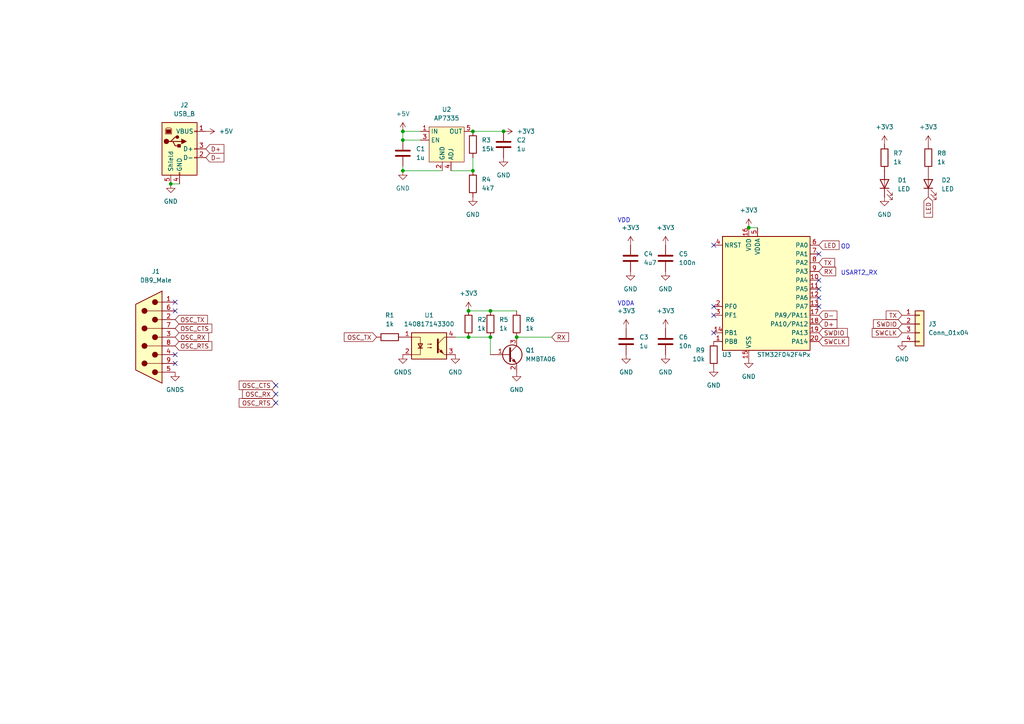
<source format=kicad_sch>
(kicad_sch (version 20210621) (generator eeschema)
  (paper "A4")
  (lib_symbols
    (symbol "Connector:DB9_Male" (pin_names (offset 1.016) hide)
      (property "Reference" "J" (at 0 13.97 0))
      (property "Value" "DB9_Male" (at 0 -14.605 0))
      (symbol "DB9_Male_0_1"
        (circle (center -1.778 -10.16) (radius 0.762) (fill (type outline)))
        (circle (center -1.778 -5.08) (radius 0.762) (fill (type outline)))
        (circle (center -1.778 0) (radius 0.762) (fill (type outline)))
        (circle (center -1.778 5.08) (radius 0.762) (fill (type outline)))
        (circle (center -1.778 10.16) (radius 0.762) (fill (type outline)))
        (circle (center 1.27 -7.62) (radius 0.762) (fill (type outline)))
        (circle (center 1.27 -2.54) (radius 0.762) (fill (type outline)))
        (circle (center 1.27 2.54) (radius 0.762) (fill (type outline)))
        (circle (center 1.27 7.62) (radius 0.762) (fill (type outline)))
        (polyline (pts (xy -3.81 -10.16) (xy -2.54 -10.16)))
        (polyline (pts (xy -3.81 -7.62) (xy 0.508 -7.62)))
        (polyline (pts (xy -3.81 -5.08) (xy -2.54 -5.08)))
        (polyline (pts (xy -3.81 -2.54) (xy 0.508 -2.54)))
        (polyline (pts (xy -3.81 0) (xy -2.54 0)))
        (polyline (pts (xy -3.81 2.54) (xy 0.508 2.54)))
        (polyline (pts (xy -3.81 5.08) (xy -2.54 5.08)))
        (polyline (pts (xy -3.81 7.62) (xy 0.508 7.62)))
        (polyline (pts (xy -3.81 10.16) (xy -2.54 10.16)))
        (polyline (pts (xy -3.81 -13.335) (xy -3.81 13.335) (xy 3.81 9.525) (xy 3.81 -9.525) (xy -3.81 -13.335)) (stroke (width 0.254)) (fill (type background)))
      )
      (symbol "DB9_Male_1_1"
        (pin passive line (at -7.62 -10.16 0) (length 3.81) (name "1") (number "1"))
        (pin passive line (at -7.62 -5.08 0) (length 3.81) (name "2") (number "2"))
        (pin passive line (at -7.62 0 0) (length 3.81) (name "3") (number "3"))
        (pin passive line (at -7.62 5.08 0) (length 3.81) (name "4") (number "4"))
        (pin passive line (at -7.62 10.16 0) (length 3.81) (name "5") (number "5"))
        (pin passive line (at -7.62 -7.62 0) (length 3.81) (name "6") (number "6"))
        (pin passive line (at -7.62 -2.54 0) (length 3.81) (name "7") (number "7"))
        (pin passive line (at -7.62 2.54 0) (length 3.81) (name "8") (number "8"))
        (pin passive line (at -7.62 7.62 0) (length 3.81) (name "9") (number "9"))
      )
    )
    (symbol "Connector:USB_B" (pin_names (offset 1.016))
      (property "Reference" "J" (at -5.08 11.43 0))
      (property "Value" "USB_B" (at -5.08 8.89 0))
      (symbol "USB_B_0_1"
        (circle (center -3.81 2.159) (radius 0.635) (stroke (width 0.254)) (fill (type outline)))
        (circle (center -0.635 3.429) (radius 0.381) (stroke (width 0.254)) (fill (type outline)))
        (rectangle (start -0.127 -7.62) (end 0.127 -6.858))
        (rectangle (start 5.08 -2.667) (end 4.318 -2.413))
        (rectangle (start 5.08 -0.127) (end 4.318 0.127))
        (rectangle (start 5.08 4.953) (end 4.318 5.207))
        (rectangle (start -3.81 5.588) (end -2.54 4.572) (fill (type outline)))
        (rectangle (start 0.254 1.27) (end -0.508 0.508) (stroke (width 0.254)) (fill (type outline)))
        (rectangle (start -5.08 -7.62) (end 5.08 7.62) (stroke (width 0.254)) (fill (type background)))
        (polyline (pts (xy -1.905 2.159) (xy 0.635 2.159)) (stroke (width 0.254)))
        (polyline (pts (xy -3.175 2.159) (xy -2.54 2.159) (xy -1.27 3.429) (xy -0.635 3.429)) (stroke (width 0.254)))
        (polyline (pts (xy -2.54 2.159) (xy -1.905 2.159) (xy -1.27 0.889) (xy 0 0.889)) (stroke (width 0.254)))
        (polyline (pts (xy -4.064 4.318) (xy -2.286 4.318) (xy -2.286 5.715) (xy -2.667 6.096) (xy -3.683 6.096) (xy -4.064 5.715) (xy -4.064 4.318)))
        (polyline (pts (xy 0.635 2.794) (xy 0.635 1.524) (xy 1.905 2.159) (xy 0.635 2.794)) (stroke (width 0.254)) (fill (type outline)))
      )
      (symbol "USB_B_1_1"
        (pin power_out line (at 7.62 5.08 180) (length 2.54) (name "VBUS") (number "1"))
        (pin bidirectional line (at 7.62 -2.54 180) (length 2.54) (name "D-") (number "2"))
        (pin bidirectional line (at 7.62 0 180) (length 2.54) (name "D+") (number "3"))
        (pin power_out line (at 0 -10.16 90) (length 2.54) (name "GND") (number "4"))
        (pin passive line (at -2.54 -10.16 90) (length 2.54) (name "Shield") (number "5"))
      )
    )
    (symbol "Connector_Generic:Conn_01x04" (pin_names (offset 1.016) hide)
      (property "Reference" "J" (at 0 5.08 0))
      (property "Value" "Conn_01x04" (at 0 -7.62 0))
      (symbol "Conn_01x04_1_1"
        (rectangle (start -1.27 -4.953) (end 0 -5.207) (stroke (width 0.1524)))
        (rectangle (start -1.27 -2.413) (end 0 -2.667) (stroke (width 0.1524)))
        (rectangle (start -1.27 0.127) (end 0 -0.127) (stroke (width 0.1524)))
        (rectangle (start -1.27 2.667) (end 0 2.413) (stroke (width 0.1524)))
        (rectangle (start -1.27 3.81) (end 1.27 -6.35) (stroke (width 0.254)) (fill (type background)))
        (pin passive line (at -5.08 2.54 0) (length 3.81) (name "Pin_1") (number "1"))
        (pin passive line (at -5.08 0 0) (length 3.81) (name "Pin_2") (number "2"))
        (pin passive line (at -5.08 -2.54 0) (length 3.81) (name "Pin_3") (number "3"))
        (pin passive line (at -5.08 -5.08 0) (length 3.81) (name "Pin_4") (number "4"))
      )
    )
    (symbol "Device:C" (pin_numbers hide) (pin_names (offset 0.254))
      (property "Reference" "C" (at 0.635 2.54 0))
      (property "Value" "C" (at 0.635 -2.54 0))
      (symbol "C_0_1"
        (polyline (pts (xy -2.032 -0.762) (xy 2.032 -0.762)) (stroke (width 0.508)))
        (polyline (pts (xy -2.032 0.762) (xy 2.032 0.762)) (stroke (width 0.508)))
      )
      (symbol "C_1_1"
        (pin passive line (at 0 3.81 270) (length 2.794) (name "~") (number "1"))
        (pin passive line (at 0 -3.81 90) (length 2.794) (name "~") (number "2"))
      )
    )
    (symbol "Device:LED" (pin_numbers hide) (pin_names (offset 1.016) hide)
      (property "Reference" "D" (at 0 2.54 0))
      (property "Value" "LED" (at 0 -2.54 0))
      (symbol "LED_0_1"
        (polyline (pts (xy -1.27 -1.27) (xy -1.27 1.27)) (stroke (width 0.254)))
        (polyline (pts (xy -1.27 0) (xy 1.27 0)))
        (polyline (pts (xy 1.27 -1.27) (xy 1.27 1.27) (xy -1.27 0) (xy 1.27 -1.27)) (stroke (width 0.254)))
        (polyline (pts (xy -3.048 -0.762) (xy -4.572 -2.286) (xy -3.81 -2.286) (xy -4.572 -2.286) (xy -4.572 -1.524)))
        (polyline (pts (xy -1.778 -0.762) (xy -3.302 -2.286) (xy -2.54 -2.286) (xy -3.302 -2.286) (xy -3.302 -1.524)))
      )
      (symbol "LED_1_1"
        (pin passive line (at -3.81 0 0) (length 2.54) (name "K") (number "1"))
        (pin passive line (at 3.81 0 180) (length 2.54) (name "A") (number "2"))
      )
    )
    (symbol "Device:R" (pin_numbers hide) (pin_names (offset 0))
      (property "Reference" "R" (at 2.032 0 90))
      (property "Value" "R" (at 0 0 90))
      (symbol "R_0_1"
        (rectangle (start -1.016 -2.54) (end 1.016 2.54) (stroke (width 0.254)))
      )
      (symbol "R_1_1"
        (pin passive line (at 0 3.81 270) (length 1.27) (name "~") (number "1"))
        (pin passive line (at 0 -3.81 90) (length 1.27) (name "~") (number "2"))
      )
    )
    (symbol "MCU_ST_STM32F0:STM32F042F4Px"
      (property "Reference" "U" (at -12.7 16.51 0))
      (property "Value" "STM32F042F4Px" (at 0 16.51 0))
      (symbol "STM32F042F4Px_0_1"
        (rectangle (start -12.7 -17.78) (end 12.7 15.24) (stroke (width 0.254)) (fill (type background)))
      )
      (symbol "STM32F042F4Px_1_1"
        (pin bidirectional line (at -15.24 -15.24 0) (length 2.54) (name "PB8") (number "1"))
        (pin bidirectional line (at 15.24 2.54 180) (length 2.54) (name "PA4") (number "10"))
        (pin bidirectional line (at 15.24 0 180) (length 2.54) (name "PA5") (number "11"))
        (pin bidirectional line (at 15.24 -2.54 180) (length 2.54) (name "PA6") (number "12"))
        (pin bidirectional line (at 15.24 -5.08 180) (length 2.54) (name "PA7") (number "13"))
        (pin bidirectional line (at -15.24 -12.7 0) (length 2.54) (name "PB1") (number "14"))
        (pin power_in line (at -5.08 -20.32 90) (length 2.54) (name "VSS") (number "15"))
        (pin power_in line (at -5.08 17.78 270) (length 2.54) (name "VDD") (number "16"))
        (pin bidirectional line (at 15.24 -7.62 180) (length 2.54) (name "PA9/PA11") (number "17"))
        (pin bidirectional line (at 15.24 -10.16 180) (length 2.54) (name "PA10/PA12") (number "18"))
        (pin bidirectional line (at 15.24 -12.7 180) (length 2.54) (name "PA13") (number "19"))
        (pin input line (at -15.24 -5.08 0) (length 2.54) (name "PF0") (number "2"))
        (pin bidirectional line (at 15.24 -15.24 180) (length 2.54) (name "PA14") (number "20"))
        (pin input line (at -15.24 -7.62 0) (length 2.54) (name "PF1") (number "3"))
        (pin input line (at -15.24 12.7 0) (length 2.54) (name "NRST") (number "4"))
        (pin power_in line (at -2.54 17.78 270) (length 2.54) (name "VDDA") (number "5"))
        (pin bidirectional line (at 15.24 12.7 180) (length 2.54) (name "PA0") (number "6"))
        (pin bidirectional line (at 15.24 10.16 180) (length 2.54) (name "PA1") (number "7"))
        (pin bidirectional line (at 15.24 7.62 180) (length 2.54) (name "PA2") (number "8"))
        (pin bidirectional line (at 15.24 5.08 180) (length 2.54) (name "PA3") (number "9"))
      )
    )
    (symbol "misc:140817143300" (pin_names (offset 1.016))
      (property "Reference" "U" (at -5.08 5.08 0))
      (property "Value" "140817143300" (at 0 5.08 0))
      (symbol "140817143300_0_1"
        (rectangle (start -5.08 3.81) (end 5.08 -3.81) (stroke (width 0.254)) (fill (type background)))
        (polyline (pts (xy -3.175 -0.635) (xy -1.905 -0.635)) (stroke (width 0.254)))
        (polyline (pts (xy 2.54 0.635) (xy 4.445 2.54)))
        (polyline (pts (xy 4.445 -2.54) (xy 5.08 -2.54)))
        (polyline (pts (xy 4.445 2.54) (xy 5.08 2.54)))
        (polyline (pts (xy -5.08 2.54) (xy -2.54 2.54) (xy -2.54 -0.635)))
        (polyline (pts (xy -2.54 -0.635) (xy -2.54 -2.54) (xy -5.08 -2.54)))
        (polyline (pts (xy 2.54 1.905) (xy 2.54 -1.905) (xy 2.54 -1.905)) (stroke (width 0.508)))
        (polyline (pts (xy -2.54 -0.635) (xy -3.175 0.635) (xy -1.905 0.635) (xy -2.54 -0.635)) (stroke (width 0.254)))
        (polyline (pts (xy -0.508 -0.508) (xy 0.762 -0.508) (xy 0.381 -0.635) (xy 0.381 -0.381) (xy 0.762 -0.508)))
        (polyline (pts (xy -0.508 0.508) (xy 0.762 0.508) (xy 0.381 0.381) (xy 0.381 0.635) (xy 0.762 0.508)))
        (polyline (pts (xy 4.445 -2.54) (xy 2.54 -0.635)) (fill (type outline)))
        (polyline (pts (xy 3.048 -1.651) (xy 3.556 -1.143) (xy 4.064 -2.159) (xy 3.048 -1.651) (xy 3.048 -1.651)) (fill (type outline)))
      )
      (symbol "140817143300_1_1"
        (pin passive line (at -7.62 2.54 0) (length 2.54) (name "~") (number "1"))
        (pin passive line (at -7.62 -2.54 0) (length 2.54) (name "~") (number "2"))
        (pin passive line (at 7.62 -2.54 180) (length 2.54) (name "~") (number "3"))
        (pin passive line (at 7.62 2.54 180) (length 2.54) (name "~") (number "4"))
      )
    )
    (symbol "misc:AP7335"
      (property "Reference" "U" (at -5.08 3.81 0))
      (property "Value" "AP7335" (at 2.54 3.81 0))
      (symbol "AP7335_0_0"
        (pin power_in line (at -7.62 1.27 0) (length 2.54) (name "IN") (number "1"))
        (pin power_in line (at -1.27 -10.16 90) (length 2.54) (name "GND") (number "2"))
        (pin input line (at -7.62 -1.27 0) (length 2.54) (name "EN") (number "3"))
        (pin power_out line (at 7.62 1.27 180) (length 2.54) (name "OUT") (number "5"))
      )
      (symbol "AP7335_0_1"
        (rectangle (start -5.08 2.54) (end 5.08 -7.62) (fill (type background)))
      )
      (symbol "AP7335_1_1"
        (pin input line (at 1.27 -10.16 90) (length 2.54) (name "ADJ") (number "4"))
      )
    )
    (symbol "misc:MMBTA06" (pin_names (offset 0) hide)
      (property "Reference" "Q" (at 5.08 1.27 0))
      (property "Value" "MMBTA06" (at 5.08 -1.27 0))
      (symbol "MMBTA06_0_1"
        (circle (center 1.27 0) (radius 2.8194) (stroke (width 0.254)))
        (polyline (pts (xy 0.635 0.635) (xy 2.54 2.54)))
        (polyline (pts (xy 0.635 -0.635) (xy 2.54 -2.54) (xy 2.54 -2.54)))
        (polyline (pts (xy 0.635 1.905) (xy 0.635 -1.905) (xy 0.635 -1.905)) (stroke (width 0.508)))
        (polyline (pts (xy 1.27 -1.778) (xy 1.778 -1.27) (xy 2.286 -2.286) (xy 1.27 -1.778) (xy 1.27 -1.778)) (fill (type outline)))
      )
      (symbol "MMBTA06_1_1"
        (pin input line (at -5.08 0 0) (length 5.715) (name "B") (number "1"))
        (pin passive line (at 2.54 -5.08 90) (length 2.54) (name "E") (number "2"))
        (pin passive line (at 2.54 5.08 270) (length 2.54) (name "C") (number "3"))
      )
    )
    (symbol "power:+3V3" (power) (pin_names (offset 0))
      (property "Value" "+3V3" (at 0 3.556 0))
      (symbol "+3V3_0_1"
        (polyline (pts (xy -0.762 1.27) (xy 0 2.54)))
        (polyline (pts (xy 0 0) (xy 0 2.54)))
        (polyline (pts (xy 0 2.54) (xy 0.762 1.27)))
      )
      (symbol "+3V3_1_1"
        (pin power_in line (at 0 0 90) (length 0) hide (name "+3V3") (number "1"))
      )
    )
    (symbol "power:+5V" (power) (pin_names (offset 0))
      (property "Value" "+5V" (at 0 3.556 0))
      (symbol "+5V_0_1"
        (polyline (pts (xy -0.762 1.27) (xy 0 2.54)))
        (polyline (pts (xy 0 0) (xy 0 2.54)))
        (polyline (pts (xy 0 2.54) (xy 0.762 1.27)))
      )
      (symbol "+5V_1_1"
        (pin power_in line (at 0 0 90) (length 0) hide (name "+5V") (number "1"))
      )
    )
    (symbol "power:GND" (power) (pin_names (offset 0))
      (property "Value" "GND" (at 0 -3.81 0))
      (symbol "GND_0_1"
        (polyline (pts (xy 0 0) (xy 0 -1.27) (xy 1.27 -1.27) (xy 0 -2.54) (xy -1.27 -1.27) (xy 0 -1.27)))
      )
      (symbol "GND_1_1"
        (pin power_in line (at 0 0 270) (length 0) hide (name "GND") (number "1"))
      )
    )
    (symbol "power:GNDS" (power) (pin_names (offset 0))
      (property "Value" "GNDS" (at 0 -3.81 0))
      (symbol "GNDS_0_1"
        (polyline (pts (xy 0 0) (xy 0 -1.27) (xy 1.27 -1.27) (xy 0 -2.54) (xy -1.27 -1.27) (xy 0 -1.27)))
      )
      (symbol "GNDS_1_1"
        (pin power_in line (at 0 0 270) (length 0) hide (name "GNDS") (number "1"))
      )
    )
  )
  (junction (at 49.53 53.34) (diameter 0.9144))
  (junction (at 116.84 38.1) (diameter 0.9144))
  (junction (at 116.84 40.64) (diameter 0.9144))
  (junction (at 116.84 49.53) (diameter 0.9144))
  (junction (at 135.89 90.17) (diameter 0.9144))
  (junction (at 135.89 97.79) (diameter 0.9144))
  (junction (at 137.16 38.1) (diameter 0.9144))
  (junction (at 137.16 49.53) (diameter 0.9144))
  (junction (at 142.24 90.17) (diameter 0.9144))
  (junction (at 142.24 97.79) (diameter 0.9144))
  (junction (at 146.05 38.1) (diameter 0.9144))
  (junction (at 149.86 97.79) (diameter 0.9144))
  (junction (at 217.17 66.04) (diameter 0.9144))
  (no_connect (at 50.8 87.63))
  (no_connect (at 50.8 90.17))
  (no_connect (at 50.8 102.87))
  (no_connect (at 50.8 105.41))
  (no_connect (at 80.01 111.76))
  (no_connect (at 80.01 114.3))
  (no_connect (at 80.01 116.84))
  (no_connect (at 207.01 71.12))
  (no_connect (at 207.01 88.9))
  (no_connect (at 207.01 91.44))
  (no_connect (at 207.01 96.52))
  (no_connect (at 237.49 73.66))
  (no_connect (at 237.49 81.28))
  (no_connect (at 237.49 83.82))
  (no_connect (at 237.49 86.36))
  (no_connect (at 237.49 88.9))
  (wire (pts (xy 49.53 53.34) (xy 52.07 53.34)))
  (wire (pts (xy 116.84 38.1) (xy 121.92 38.1)))
  (wire (pts (xy 116.84 40.64) (xy 116.84 38.1)))
  (wire (pts (xy 116.84 48.26) (xy 116.84 49.53)))
  (wire (pts (xy 116.84 49.53) (xy 128.27 49.53)))
  (wire (pts (xy 121.92 40.64) (xy 116.84 40.64)))
  (wire (pts (xy 130.81 49.53) (xy 137.16 49.53)))
  (wire (pts (xy 132.08 97.79) (xy 135.89 97.79)))
  (wire (pts (xy 135.89 90.17) (xy 142.24 90.17)))
  (wire (pts (xy 135.89 97.79) (xy 142.24 97.79)))
  (wire (pts (xy 137.16 38.1) (xy 146.05 38.1)))
  (wire (pts (xy 137.16 45.72) (xy 137.16 49.53)))
  (wire (pts (xy 142.24 90.17) (xy 149.86 90.17)))
  (wire (pts (xy 142.24 97.79) (xy 142.24 102.87)))
  (wire (pts (xy 149.86 97.79) (xy 160.02 97.79)))
  (wire (pts (xy 217.17 66.04) (xy 219.71 66.04)))
  (text "VDD" (at 179.07 64.77 0) (effects (font (size 1.27 1.27)) (justify left bottom)))
  (text "VDDA" (at 179.07 88.9 0) (effects (font (size 1.27 1.27)) (justify left bottom)))
  (text "OD" (at 243.84 72.39 0) (effects (font (size 1.27 1.27)) (justify left bottom)))
  (text "USART2_RX" (at 243.84 80.01 0) (effects (font (size 1.27 1.27)) (justify left bottom)))
  (global_label "OSC_TX" (shape input) (at 50.8 92.71 0) (property "Intersheet References" "${INTERSHEET_REFS}" (effects hide)))
  (global_label "OSC_CTS" (shape input) (at 50.8 95.25 0) (property "Intersheet References" "${INTERSHEET_REFS}" (effects hide)))
  (global_label "OSC_RX" (shape input) (at 50.8 97.79 0) (property "Intersheet References" "${INTERSHEET_REFS}" (effects hide)))
  (global_label "OSC_RTS" (shape input) (at 50.8 100.33 0) (property "Intersheet References" "${INTERSHEET_REFS}" (effects hide)))
  (global_label "D+" (shape input) (at 59.69 43.18 0) (property "Intersheet References" "${INTERSHEET_REFS}" (effects hide)))
  (global_label "D-" (shape input) (at 59.69 45.72 0) (property "Intersheet References" "${INTERSHEET_REFS}" (effects hide)))
  (global_label "OSC_CTS" (shape input) (at 80.01 111.76 180) (property "Intersheet References" "${INTERSHEET_REFS}" (effects hide)))
  (global_label "OSC_RX" (shape input) (at 80.01 114.3 180) (property "Intersheet References" "${INTERSHEET_REFS}" (effects hide)))
  (global_label "OSC_RTS" (shape input) (at 80.01 116.84 180) (property "Intersheet References" "${INTERSHEET_REFS}" (effects hide)))
  (global_label "OSC_TX" (shape input) (at 109.22 97.79 180) (property "Intersheet References" "${INTERSHEET_REFS}" (effects hide)))
  (global_label "RX" (shape input) (at 160.02 97.79 0) (property "Intersheet References" "${INTERSHEET_REFS}" (effects hide)))
  (global_label "LED" (shape input) (at 237.49 71.12 0) (property "Intersheet References" "${INTERSHEET_REFS}" (effects hide)))
  (global_label "TX" (shape input) (at 237.49 76.2 0) (property "Intersheet References" "${INTERSHEET_REFS}" (effects hide)))
  (global_label "RX" (shape input) (at 237.49 78.74 0) (property "Intersheet References" "${INTERSHEET_REFS}" (effects hide)))
  (global_label "D-" (shape input) (at 237.49 91.44 0) (property "Intersheet References" "${INTERSHEET_REFS}" (effects hide)))
  (global_label "D+" (shape input) (at 237.49 93.98 0) (property "Intersheet References" "${INTERSHEET_REFS}" (effects hide)))
  (global_label "SWDIO" (shape input) (at 237.49 96.52 0) (property "Intersheet References" "${INTERSHEET_REFS}" (effects hide)))
  (global_label "SWCLK" (shape input) (at 237.49 99.06 0) (property "Intersheet References" "${INTERSHEET_REFS}" (effects hide)))
  (global_label "TX" (shape input) (at 261.62 91.44 180) (property "Intersheet References" "${INTERSHEET_REFS}" (effects hide)))
  (global_label "SWDIO" (shape input) (at 261.62 93.98 180) (property "Intersheet References" "${INTERSHEET_REFS}" (effects hide)))
  (global_label "SWCLK" (shape input) (at 261.62 96.52 180) (property "Intersheet References" "${INTERSHEET_REFS}" (effects hide)))
  (global_label "LED" (shape input) (at 269.24 57.15 270) (property "Intersheet References" "${INTERSHEET_REFS}" (effects hide)))
  (symbol (lib_id "power:+5V") (at 59.69 38.1 270) (unit 1)
    (property "Reference" "#PWR0124" (effects hide))
    (property "Value" "+5V" (at 63.5 38.0999 90) (effects (justify left)))
  )
  (symbol (lib_id "power:+5V") (at 116.84 38.1 0) (unit 1)
    (property "Reference" "#PWR0102" (effects hide))
    (property "Value" "+5V" (at 116.84 33.02 0))
  )
  (symbol (lib_id "power:+3V3") (at 135.89 90.17 0) (unit 1)
    (property "Reference" "#PWR0108" (effects hide))
    (property "Value" "+3V3" (at 135.89 85.09 0))
  )
  (symbol (lib_id "power:+3V3") (at 146.05 38.1 270) (unit 1)
    (property "Reference" "#PWR0109" (effects hide))
    (property "Value" "+3V3" (at 149.86 38.0999 90) (effects (justify left)))
  )
  (symbol (lib_id "power:+3V3") (at 181.61 95.25 0) (unit 1)
    (property "Reference" "#PWR0119" (effects hide))
    (property "Value" "+3V3" (at 181.61 90.17 0))
  )
  (symbol (lib_id "power:+3V3") (at 182.88 71.12 0) (unit 1)
    (property "Reference" "#PWR0110" (effects hide))
    (property "Value" "+3V3" (at 182.88 66.04 0))
  )
  (symbol (lib_id "power:+3V3") (at 193.04 71.12 0) (unit 1)
    (property "Reference" "#PWR0111" (effects hide))
    (property "Value" "+3V3" (at 193.04 66.04 0))
  )
  (symbol (lib_id "power:+3V3") (at 193.04 95.25 0) (unit 1)
    (property "Reference" "#PWR0115" (effects hide))
    (property "Value" "+3V3" (at 193.04 90.17 0))
  )
  (symbol (lib_id "power:+3V3") (at 217.17 66.04 0) (unit 1)
    (property "Reference" "#PWR0113" (effects hide))
    (property "Value" "+3V3" (at 217.17 60.96 0))
  )
  (symbol (lib_id "power:+3V3") (at 256.54 41.91 0) (unit 1)
    (property "Reference" "#PWR0122" (effects hide))
    (property "Value" "+3V3" (at 256.54 36.83 0))
  )
  (symbol (lib_id "power:+3V3") (at 269.24 41.91 0) (unit 1)
    (property "Reference" "#PWR0123" (effects hide))
    (property "Value" "+3V3" (at 269.24 36.83 0))
  )
  (symbol (lib_id "power:GND") (at 49.53 53.34 0) (unit 1)
    (property "Reference" "#PWR0125" (effects hide))
    (property "Value" "GND" (at 49.53 58.42 0))
  )
  (symbol (lib_id "power:GNDS") (at 50.8 107.95 0) (unit 1)
    (property "Reference" "#PWR0126" (effects hide))
    (property "Value" "GNDS" (at 50.8 113.03 0))
  )
  (symbol (lib_id "power:GND") (at 116.84 49.53 0) (unit 1)
    (property "Reference" "#PWR0105" (effects hide))
    (property "Value" "GND" (at 116.84 54.61 0))
  )
  (symbol (lib_id "power:GNDS") (at 116.84 102.87 0) (unit 1)
    (property "Reference" "#PWR0104" (effects hide))
    (property "Value" "GNDS" (at 116.84 107.95 0))
  )
  (symbol (lib_id "power:GND") (at 132.08 102.87 0) (unit 1)
    (property "Reference" "#PWR0103" (effects hide))
    (property "Value" "GND" (at 132.08 107.95 0))
  )
  (symbol (lib_id "power:GND") (at 137.16 57.15 0) (unit 1)
    (property "Reference" "#PWR0106" (effects hide))
    (property "Value" "GND" (at 137.16 62.23 0))
  )
  (symbol (lib_id "power:GND") (at 146.05 45.72 0) (unit 1)
    (property "Reference" "#PWR0107" (effects hide))
    (property "Value" "GND" (at 146.05 50.8 0))
  )
  (symbol (lib_id "power:GND") (at 149.86 107.95 0) (unit 1)
    (property "Reference" "#PWR0101" (effects hide))
    (property "Value" "GND" (at 149.86 113.03 0))
  )
  (symbol (lib_id "power:GND") (at 181.61 102.87 0) (unit 1)
    (property "Reference" "#PWR0114" (effects hide))
    (property "Value" "GND" (at 181.61 107.95 0))
  )
  (symbol (lib_id "power:GND") (at 182.88 78.74 0) (unit 1)
    (property "Reference" "#PWR0118" (effects hide))
    (property "Value" "GND" (at 182.88 83.82 0))
  )
  (symbol (lib_id "power:GND") (at 193.04 78.74 0) (unit 1)
    (property "Reference" "#PWR0117" (effects hide))
    (property "Value" "GND" (at 193.04 83.82 0))
  )
  (symbol (lib_id "power:GND") (at 193.04 102.87 0) (unit 1)
    (property "Reference" "#PWR0116" (effects hide))
    (property "Value" "GND" (at 193.04 107.95 0))
  )
  (symbol (lib_id "power:GND") (at 207.01 106.68 0) (unit 1)
    (property "Reference" "#PWR01" (effects hide))
    (property "Value" "GND" (at 207.01 111.76 0))
  )
  (symbol (lib_id "power:GND") (at 217.17 104.14 0) (unit 1)
    (property "Reference" "#PWR0112" (effects hide))
    (property "Value" "GND" (at 217.17 109.22 0))
  )
  (symbol (lib_id "power:GND") (at 256.54 57.15 0) (unit 1)
    (property "Reference" "#PWR0121" (effects hide))
    (property "Value" "GND" (at 256.54 62.23 0))
  )
  (symbol (lib_id "power:GND") (at 261.62 99.06 0) (unit 1)
    (property "Reference" "#PWR0120" (effects hide))
    (property "Value" "GND" (at 261.62 104.14 0))
  )
  (symbol (lib_id "Device:R") (at 113.03 97.79 90) (unit 1)
    (property "Reference" "R1" (at 113.03 91.44 90))
    (property "Value" "1k" (at 113.03 93.98 90))
    (property "Footprint" "Resistor_SMD:R_0805_2012Metric" (effects hide))
  )
  (symbol (lib_id "Device:R") (at 135.89 93.98 0) (unit 1)
    (property "Reference" "R2" (at 138.43 92.7099 0) (effects (justify left)))
    (property "Value" "1k" (at 138.43 95.2499 0) (effects (justify left)))
    (property "Footprint" "Resistor_SMD:R_0805_2012Metric" (effects hide))
  )
  (symbol (lib_id "Device:R") (at 137.16 41.91 0) (unit 1)
    (property "Reference" "R3" (at 139.7 40.6399 0) (effects (justify left)))
    (property "Value" "15k" (at 139.7 43.1799 0) (effects (justify left)))
    (property "Footprint" "Resistor_SMD:R_0805_2012Metric" (effects hide))
  )
  (symbol (lib_id "Device:R") (at 137.16 53.34 0) (unit 1)
    (property "Reference" "R4" (at 139.7 52.0699 0) (effects (justify left)))
    (property "Value" "4k7" (at 139.7 54.6099 0) (effects (justify left)))
    (property "Footprint" "Resistor_SMD:R_0805_2012Metric" (effects hide))
  )
  (symbol (lib_id "Device:R") (at 142.24 93.98 0) (unit 1)
    (property "Reference" "R5" (at 144.78 92.7099 0) (effects (justify left)))
    (property "Value" "1k" (at 144.78 95.2499 0) (effects (justify left)))
    (property "Footprint" "Resistor_SMD:R_0805_2012Metric" (effects hide))
  )
  (symbol (lib_id "Device:R") (at 149.86 93.98 0) (unit 1)
    (property "Reference" "R6" (at 152.4 92.7099 0) (effects (justify left)))
    (property "Value" "1k" (at 152.4 95.2499 0) (effects (justify left)))
    (property "Footprint" "Resistor_SMD:R_0805_2012Metric" (effects hide))
  )
  (symbol (lib_id "Device:R") (at 207.01 102.87 0) (mirror x) (unit 1)
    (property "Reference" "R9" (at 204.47 101.5999 0) (effects (justify right)))
    (property "Value" "10k" (at 204.47 104.1399 0) (effects (justify right)))
    (property "Footprint" "Resistor_SMD:R_0805_2012Metric" (effects hide))
  )
  (symbol (lib_id "Device:R") (at 256.54 45.72 0) (unit 1)
    (property "Reference" "R7" (at 259.08 44.4499 0) (effects (justify left)))
    (property "Value" "1k" (at 259.08 46.9899 0) (effects (justify left)))
    (property "Footprint" "Resistor_SMD:R_0805_2012Metric" (effects hide))
  )
  (symbol (lib_id "Device:R") (at 269.24 45.72 0) (unit 1)
    (property "Reference" "R8" (at 271.78 44.4499 0) (effects (justify left)))
    (property "Value" "1k" (at 271.78 46.9899 0) (effects (justify left)))
    (property "Footprint" "Resistor_SMD:R_0805_2012Metric" (effects hide))
  )
  (symbol (lib_id "Device:LED") (at 256.54 53.34 90) (unit 1)
    (property "Reference" "D1" (at 260.35 52.2604 90) (effects (justify right)))
    (property "Value" "LED" (at 260.35 54.8004 90) (effects (justify right)))
    (property "Footprint" "LED_SMD:LED_0805_2012Metric" (effects hide))
  )
  (symbol (lib_id "Device:LED") (at 269.24 53.34 90) (unit 1)
    (property "Reference" "D2" (at 273.05 52.2604 90) (effects (justify right)))
    (property "Value" "LED" (at 273.05 54.8004 90) (effects (justify right)))
    (property "Footprint" "LED_SMD:LED_0805_2012Metric" (effects hide))
  )
  (symbol (lib_id "Device:C") (at 116.84 44.45 0) (unit 1)
    (property "Reference" "C1" (at 120.65 43.1799 0) (effects (justify left)))
    (property "Value" "1u" (at 120.65 45.7199 0) (effects (justify left)))
    (property "Footprint" "Capacitor_SMD:C_0805_2012Metric" (effects hide))
  )
  (symbol (lib_id "Device:C") (at 146.05 41.91 0) (unit 1)
    (property "Reference" "C2" (at 149.86 40.6399 0) (effects (justify left)))
    (property "Value" "1u" (at 149.86 43.1799 0) (effects (justify left)))
    (property "Footprint" "Capacitor_SMD:C_0805_2012Metric" (effects hide))
  )
  (symbol (lib_id "Device:C") (at 181.61 99.06 0) (unit 1)
    (property "Reference" "C3" (at 185.42 97.7899 0) (effects (justify left)))
    (property "Value" "1u" (at 185.42 100.3299 0) (effects (justify left)))
    (property "Footprint" "Capacitor_SMD:C_0805_2012Metric" (effects hide))
  )
  (symbol (lib_id "Device:C") (at 182.88 74.93 0) (unit 1)
    (property "Reference" "C4" (at 186.69 73.6599 0) (effects (justify left)))
    (property "Value" "4u7" (at 186.69 76.1999 0) (effects (justify left)))
    (property "Footprint" "Capacitor_SMD:C_0805_2012Metric" (effects hide))
  )
  (symbol (lib_id "Device:C") (at 193.04 74.93 0) (unit 1)
    (property "Reference" "C5" (at 196.85 73.6599 0) (effects (justify left)))
    (property "Value" "100n" (at 196.85 76.1999 0) (effects (justify left)))
    (property "Footprint" "Capacitor_SMD:C_0805_2012Metric" (effects hide))
  )
  (symbol (lib_id "Device:C") (at 193.04 99.06 0) (unit 1)
    (property "Reference" "C6" (at 196.85 97.7899 0) (effects (justify left)))
    (property "Value" "10n" (at 196.85 100.3299 0) (effects (justify left)))
    (property "Footprint" "Capacitor_SMD:C_0805_2012Metric" (effects hide))
  )
  (symbol (lib_id "Connector_Generic:Conn_01x04") (at 266.7 93.98 0) (unit 1)
    (property "Reference" "J3" (at 269.24 93.9799 0) (effects (justify left)))
    (property "Value" "Conn_01x04" (at 269.24 96.5199 0) (effects (justify left)))
    (property "Footprint" "Connector_PinHeader_2.54mm:PinHeader_1x04_P2.54mm_Vertical" (effects hide))
  )
  (symbol (lib_id "misc:MMBTA06") (at 147.32 102.87 0) (unit 1)
    (property "Reference" "Q1" (at 152.4 101.5999 0) (effects (justify left)))
    (property "Value" "MMBTA06" (at 152.4 104.1399 0) (effects (justify left)))
    (property "Footprint" "Package_TO_SOT_SMD:SOT-23" (effects hide))
  )
  (symbol (lib_id "misc:140817143300") (at 124.46 100.33 0) (unit 1)
    (property "Reference" "U1" (at 124.46 91.44 0))
    (property "Value" "140817143300" (at 124.46 93.98 0))
    (property "Footprint" "Package_DIP:SMDIP-4_W9.53mm" (effects hide))
  )
  (symbol (lib_id "misc:AP7335") (at 129.54 39.37 0) (unit 1)
    (property "Reference" "U2" (at 129.54 31.75 0))
    (property "Value" "AP7335" (at 129.54 34.29 0))
    (property "Footprint" "Package_TO_SOT_SMD:SOT-23-5" (effects hide))
  )
  (symbol (lib_id "Connector:USB_B") (at 52.07 43.18 0) (unit 1)
    (property "Reference" "J2" (at 53.467 30.48 0))
    (property "Value" "USB_B" (at 53.467 33.02 0))
    (property "Footprint" "misc:UJ2-BH-TH" (effects hide))
    (property "Datasheet" " ~" (effects hide))
  )
  (symbol (lib_id "Connector:DB9_Male") (at 43.18 97.79 180) (unit 1)
    (property "Reference" "J1" (at 45.212 78.74 0))
    (property "Value" "DB9_Male" (at 45.212 81.28 0))
    (property "Footprint" "misc:A-DS 09 A_KG-T4S" (effects hide))
    (property "Datasheet" " ~" (effects hide))
  )
  (symbol (lib_id "MCU_ST_STM32F0:STM32F042F4Px") (at 222.25 83.82 0) (unit 1)
    (property "Reference" "U3" (at 210.82 102.87 0))
    (property "Value" "STM32F042F4Px" (at 227.33 102.87 0))
    (property "Footprint" "Package_SO:TSSOP-20_4.4x6.5mm_P0.65mm" (effects hide))
    (property "Datasheet" "http://www.st.com/st-web-ui/static/active/en/resource/technical/document/datasheet/DM00105814.pdf" (effects hide))
  )
)
</source>
